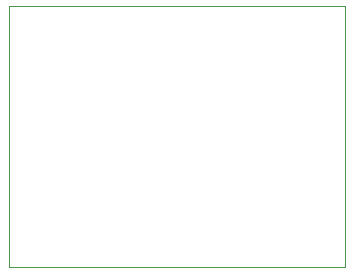
<source format=gbr>
%FSTAX23Y23*%
%MOIN*%
%SFA1B1*%

%IPPOS*%
%ADD27C,0.001000*%
%LNdrv8833_dev_profile-1*%
%LPD*%
G54D27*
X0Y0D02*
Y0087D01*
X0112*
Y0*
X0*
M02*
</source>
